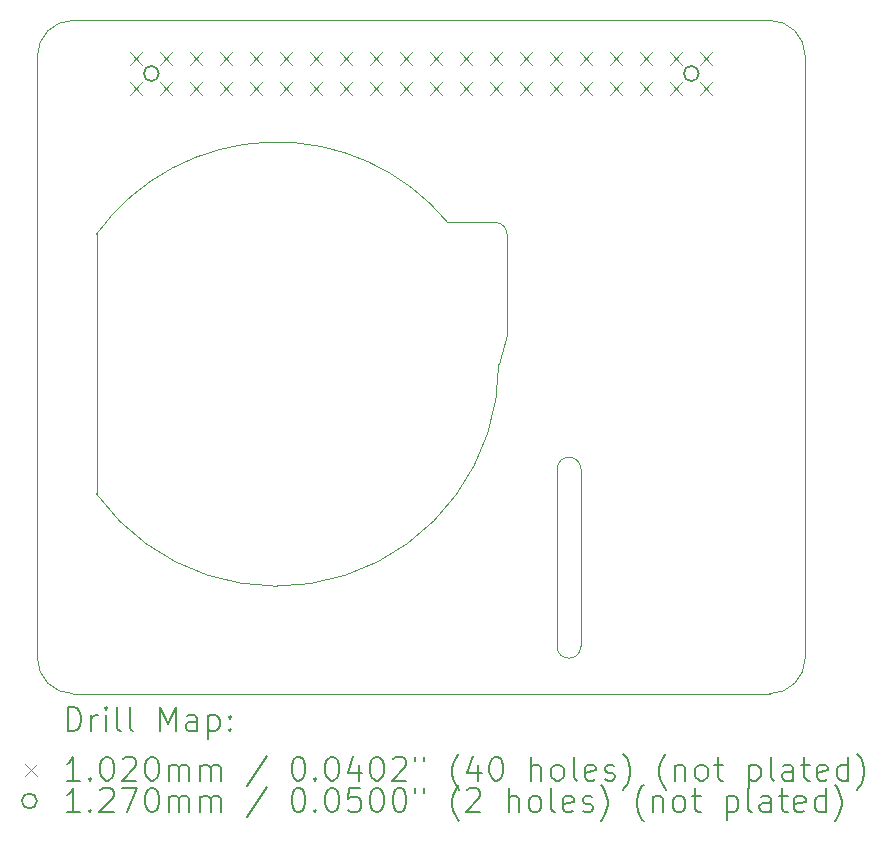
<source format=gbr>
%TF.GenerationSoftware,KiCad,Pcbnew,8.0.6*%
%TF.CreationDate,2024-12-15T12:07:24-06:00*%
%TF.ProjectId,ElectriPi,456c6563-7472-4695-9069-2e6b69636164,rev?*%
%TF.SameCoordinates,PX514cfd0PY31d4590*%
%TF.FileFunction,Drillmap*%
%TF.FilePolarity,Positive*%
%FSLAX45Y45*%
G04 Gerber Fmt 4.5, Leading zero omitted, Abs format (unit mm)*
G04 Created by KiCad (PCBNEW 8.0.6) date 2024-12-15 12:07:24*
%MOMM*%
%LPD*%
G01*
G04 APERTURE LIST*
%ADD10C,0.100000*%
%ADD11C,0.200000*%
%ADD12C,0.102000*%
%ADD13C,0.127000*%
G04 APERTURE END LIST*
D10*
X0Y-1950000D02*
X0Y-5400000D01*
X6200000Y0D02*
G75*
G02*
X6500000Y-300000I0J-300000D01*
G01*
X4400000Y-3800000D02*
X4400000Y-5300000D01*
X300000Y-5700000D02*
G75*
G02*
X0Y-5400000I0J300000D01*
G01*
X300000Y-5700000D02*
X6200000Y-5700000D01*
X6500000Y-5400000D02*
G75*
G02*
X6200000Y-5700000I-300000J0D01*
G01*
X4400000Y-3800000D02*
G75*
G02*
X4600000Y-3800000I100000J0D01*
G01*
X4600000Y-3800000D02*
X4600000Y-5300000D01*
X300000Y0D02*
X6200000Y0D01*
X0Y-300000D02*
G75*
G02*
X300000Y0I300000J0D01*
G01*
X4600000Y-5300000D02*
G75*
G02*
X4400000Y-5300000I-100000J0D01*
G01*
X0Y-300000D02*
X0Y-1950000D01*
X6500000Y-300000D02*
X6500000Y-5400000D01*
X500000Y-1810000D02*
X500000Y-4010000D01*
X3473592Y-1711165D02*
X3875000Y-1710000D01*
X3905326Y-2910000D02*
X3975000Y-2660000D01*
X3975000Y-2660000D02*
X3975000Y-1810000D01*
X500000Y-1810000D02*
G75*
G02*
X3473592Y-1711165I1525000J-1100000D01*
G01*
X3875000Y-1710000D02*
G75*
G02*
X3975000Y-1810000I10J-99990D01*
G01*
X3905326Y-2910000D02*
G75*
G02*
X500000Y-4010000I-1880326J0D01*
G01*
D11*
D12*
X786000Y-272000D02*
X888000Y-374000D01*
X888000Y-272000D02*
X786000Y-374000D01*
X786000Y-526000D02*
X888000Y-628000D01*
X888000Y-526000D02*
X786000Y-628000D01*
X1040000Y-272000D02*
X1142000Y-374000D01*
X1142000Y-272000D02*
X1040000Y-374000D01*
X1040000Y-526000D02*
X1142000Y-628000D01*
X1142000Y-526000D02*
X1040000Y-628000D01*
X1294000Y-272000D02*
X1396000Y-374000D01*
X1396000Y-272000D02*
X1294000Y-374000D01*
X1294000Y-526000D02*
X1396000Y-628000D01*
X1396000Y-526000D02*
X1294000Y-628000D01*
X1548000Y-272000D02*
X1650000Y-374000D01*
X1650000Y-272000D02*
X1548000Y-374000D01*
X1548000Y-526000D02*
X1650000Y-628000D01*
X1650000Y-526000D02*
X1548000Y-628000D01*
X1802000Y-272000D02*
X1904000Y-374000D01*
X1904000Y-272000D02*
X1802000Y-374000D01*
X1802000Y-526000D02*
X1904000Y-628000D01*
X1904000Y-526000D02*
X1802000Y-628000D01*
X2056000Y-272000D02*
X2158000Y-374000D01*
X2158000Y-272000D02*
X2056000Y-374000D01*
X2056000Y-526000D02*
X2158000Y-628000D01*
X2158000Y-526000D02*
X2056000Y-628000D01*
X2310000Y-272000D02*
X2412000Y-374000D01*
X2412000Y-272000D02*
X2310000Y-374000D01*
X2310000Y-526000D02*
X2412000Y-628000D01*
X2412000Y-526000D02*
X2310000Y-628000D01*
X2564000Y-272000D02*
X2666000Y-374000D01*
X2666000Y-272000D02*
X2564000Y-374000D01*
X2564000Y-526000D02*
X2666000Y-628000D01*
X2666000Y-526000D02*
X2564000Y-628000D01*
X2818000Y-272000D02*
X2920000Y-374000D01*
X2920000Y-272000D02*
X2818000Y-374000D01*
X2818000Y-526000D02*
X2920000Y-628000D01*
X2920000Y-526000D02*
X2818000Y-628000D01*
X3072000Y-272000D02*
X3174000Y-374000D01*
X3174000Y-272000D02*
X3072000Y-374000D01*
X3072000Y-526000D02*
X3174000Y-628000D01*
X3174000Y-526000D02*
X3072000Y-628000D01*
X3326000Y-272000D02*
X3428000Y-374000D01*
X3428000Y-272000D02*
X3326000Y-374000D01*
X3326000Y-526000D02*
X3428000Y-628000D01*
X3428000Y-526000D02*
X3326000Y-628000D01*
X3580000Y-272000D02*
X3682000Y-374000D01*
X3682000Y-272000D02*
X3580000Y-374000D01*
X3580000Y-526000D02*
X3682000Y-628000D01*
X3682000Y-526000D02*
X3580000Y-628000D01*
X3834000Y-272000D02*
X3936000Y-374000D01*
X3936000Y-272000D02*
X3834000Y-374000D01*
X3834000Y-526000D02*
X3936000Y-628000D01*
X3936000Y-526000D02*
X3834000Y-628000D01*
X4088000Y-272000D02*
X4190000Y-374000D01*
X4190000Y-272000D02*
X4088000Y-374000D01*
X4088000Y-526000D02*
X4190000Y-628000D01*
X4190000Y-526000D02*
X4088000Y-628000D01*
X4342000Y-272000D02*
X4444000Y-374000D01*
X4444000Y-272000D02*
X4342000Y-374000D01*
X4342000Y-526000D02*
X4444000Y-628000D01*
X4444000Y-526000D02*
X4342000Y-628000D01*
X4596000Y-272000D02*
X4698000Y-374000D01*
X4698000Y-272000D02*
X4596000Y-374000D01*
X4596000Y-526000D02*
X4698000Y-628000D01*
X4698000Y-526000D02*
X4596000Y-628000D01*
X4850000Y-272000D02*
X4952000Y-374000D01*
X4952000Y-272000D02*
X4850000Y-374000D01*
X4850000Y-526000D02*
X4952000Y-628000D01*
X4952000Y-526000D02*
X4850000Y-628000D01*
X5104000Y-272000D02*
X5206000Y-374000D01*
X5206000Y-272000D02*
X5104000Y-374000D01*
X5104000Y-526000D02*
X5206000Y-628000D01*
X5206000Y-526000D02*
X5104000Y-628000D01*
X5358000Y-272000D02*
X5460000Y-374000D01*
X5460000Y-272000D02*
X5358000Y-374000D01*
X5358000Y-526000D02*
X5460000Y-628000D01*
X5460000Y-526000D02*
X5358000Y-628000D01*
X5612000Y-272000D02*
X5714000Y-374000D01*
X5714000Y-272000D02*
X5612000Y-374000D01*
X5612000Y-526000D02*
X5714000Y-628000D01*
X5714000Y-526000D02*
X5612000Y-628000D01*
D13*
X1027500Y-450000D02*
G75*
G02*
X900500Y-450000I-63500J0D01*
G01*
X900500Y-450000D02*
G75*
G02*
X1027500Y-450000I63500J0D01*
G01*
X5599500Y-450000D02*
G75*
G02*
X5472500Y-450000I-63500J0D01*
G01*
X5472500Y-450000D02*
G75*
G02*
X5599500Y-450000I63500J0D01*
G01*
D11*
X255777Y-6016484D02*
X255777Y-5816484D01*
X255777Y-5816484D02*
X303396Y-5816484D01*
X303396Y-5816484D02*
X331967Y-5826008D01*
X331967Y-5826008D02*
X351015Y-5845055D01*
X351015Y-5845055D02*
X360539Y-5864103D01*
X360539Y-5864103D02*
X370062Y-5902198D01*
X370062Y-5902198D02*
X370062Y-5930769D01*
X370062Y-5930769D02*
X360539Y-5968865D01*
X360539Y-5968865D02*
X351015Y-5987912D01*
X351015Y-5987912D02*
X331967Y-6006960D01*
X331967Y-6006960D02*
X303396Y-6016484D01*
X303396Y-6016484D02*
X255777Y-6016484D01*
X455777Y-6016484D02*
X455777Y-5883150D01*
X455777Y-5921246D02*
X465301Y-5902198D01*
X465301Y-5902198D02*
X474824Y-5892674D01*
X474824Y-5892674D02*
X493872Y-5883150D01*
X493872Y-5883150D02*
X512920Y-5883150D01*
X579586Y-6016484D02*
X579586Y-5883150D01*
X579586Y-5816484D02*
X570063Y-5826008D01*
X570063Y-5826008D02*
X579586Y-5835531D01*
X579586Y-5835531D02*
X589110Y-5826008D01*
X589110Y-5826008D02*
X579586Y-5816484D01*
X579586Y-5816484D02*
X579586Y-5835531D01*
X703396Y-6016484D02*
X684348Y-6006960D01*
X684348Y-6006960D02*
X674824Y-5987912D01*
X674824Y-5987912D02*
X674824Y-5816484D01*
X808158Y-6016484D02*
X789110Y-6006960D01*
X789110Y-6006960D02*
X779586Y-5987912D01*
X779586Y-5987912D02*
X779586Y-5816484D01*
X1036729Y-6016484D02*
X1036729Y-5816484D01*
X1036729Y-5816484D02*
X1103396Y-5959341D01*
X1103396Y-5959341D02*
X1170063Y-5816484D01*
X1170063Y-5816484D02*
X1170063Y-6016484D01*
X1351015Y-6016484D02*
X1351015Y-5911722D01*
X1351015Y-5911722D02*
X1341491Y-5892674D01*
X1341491Y-5892674D02*
X1322444Y-5883150D01*
X1322444Y-5883150D02*
X1284348Y-5883150D01*
X1284348Y-5883150D02*
X1265301Y-5892674D01*
X1351015Y-6006960D02*
X1331967Y-6016484D01*
X1331967Y-6016484D02*
X1284348Y-6016484D01*
X1284348Y-6016484D02*
X1265301Y-6006960D01*
X1265301Y-6006960D02*
X1255777Y-5987912D01*
X1255777Y-5987912D02*
X1255777Y-5968865D01*
X1255777Y-5968865D02*
X1265301Y-5949817D01*
X1265301Y-5949817D02*
X1284348Y-5940293D01*
X1284348Y-5940293D02*
X1331967Y-5940293D01*
X1331967Y-5940293D02*
X1351015Y-5930769D01*
X1446253Y-5883150D02*
X1446253Y-6083150D01*
X1446253Y-5892674D02*
X1465301Y-5883150D01*
X1465301Y-5883150D02*
X1503396Y-5883150D01*
X1503396Y-5883150D02*
X1522443Y-5892674D01*
X1522443Y-5892674D02*
X1531967Y-5902198D01*
X1531967Y-5902198D02*
X1541491Y-5921246D01*
X1541491Y-5921246D02*
X1541491Y-5978388D01*
X1541491Y-5978388D02*
X1531967Y-5997436D01*
X1531967Y-5997436D02*
X1522443Y-6006960D01*
X1522443Y-6006960D02*
X1503396Y-6016484D01*
X1503396Y-6016484D02*
X1465301Y-6016484D01*
X1465301Y-6016484D02*
X1446253Y-6006960D01*
X1627205Y-5997436D02*
X1636729Y-6006960D01*
X1636729Y-6006960D02*
X1627205Y-6016484D01*
X1627205Y-6016484D02*
X1617682Y-6006960D01*
X1617682Y-6006960D02*
X1627205Y-5997436D01*
X1627205Y-5997436D02*
X1627205Y-6016484D01*
X1627205Y-5892674D02*
X1636729Y-5902198D01*
X1636729Y-5902198D02*
X1627205Y-5911722D01*
X1627205Y-5911722D02*
X1617682Y-5902198D01*
X1617682Y-5902198D02*
X1627205Y-5892674D01*
X1627205Y-5892674D02*
X1627205Y-5911722D01*
D12*
X-107000Y-6294000D02*
X-5000Y-6396000D01*
X-5000Y-6294000D02*
X-107000Y-6396000D01*
D11*
X360539Y-6436484D02*
X246253Y-6436484D01*
X303396Y-6436484D02*
X303396Y-6236484D01*
X303396Y-6236484D02*
X284348Y-6265055D01*
X284348Y-6265055D02*
X265301Y-6284103D01*
X265301Y-6284103D02*
X246253Y-6293627D01*
X446253Y-6417436D02*
X455777Y-6426960D01*
X455777Y-6426960D02*
X446253Y-6436484D01*
X446253Y-6436484D02*
X436729Y-6426960D01*
X436729Y-6426960D02*
X446253Y-6417436D01*
X446253Y-6417436D02*
X446253Y-6436484D01*
X579586Y-6236484D02*
X598634Y-6236484D01*
X598634Y-6236484D02*
X617682Y-6246008D01*
X617682Y-6246008D02*
X627205Y-6255531D01*
X627205Y-6255531D02*
X636729Y-6274579D01*
X636729Y-6274579D02*
X646253Y-6312674D01*
X646253Y-6312674D02*
X646253Y-6360293D01*
X646253Y-6360293D02*
X636729Y-6398388D01*
X636729Y-6398388D02*
X627205Y-6417436D01*
X627205Y-6417436D02*
X617682Y-6426960D01*
X617682Y-6426960D02*
X598634Y-6436484D01*
X598634Y-6436484D02*
X579586Y-6436484D01*
X579586Y-6436484D02*
X560539Y-6426960D01*
X560539Y-6426960D02*
X551015Y-6417436D01*
X551015Y-6417436D02*
X541491Y-6398388D01*
X541491Y-6398388D02*
X531967Y-6360293D01*
X531967Y-6360293D02*
X531967Y-6312674D01*
X531967Y-6312674D02*
X541491Y-6274579D01*
X541491Y-6274579D02*
X551015Y-6255531D01*
X551015Y-6255531D02*
X560539Y-6246008D01*
X560539Y-6246008D02*
X579586Y-6236484D01*
X722443Y-6255531D02*
X731967Y-6246008D01*
X731967Y-6246008D02*
X751015Y-6236484D01*
X751015Y-6236484D02*
X798634Y-6236484D01*
X798634Y-6236484D02*
X817682Y-6246008D01*
X817682Y-6246008D02*
X827205Y-6255531D01*
X827205Y-6255531D02*
X836729Y-6274579D01*
X836729Y-6274579D02*
X836729Y-6293627D01*
X836729Y-6293627D02*
X827205Y-6322198D01*
X827205Y-6322198D02*
X712920Y-6436484D01*
X712920Y-6436484D02*
X836729Y-6436484D01*
X960539Y-6236484D02*
X979586Y-6236484D01*
X979586Y-6236484D02*
X998634Y-6246008D01*
X998634Y-6246008D02*
X1008158Y-6255531D01*
X1008158Y-6255531D02*
X1017682Y-6274579D01*
X1017682Y-6274579D02*
X1027205Y-6312674D01*
X1027205Y-6312674D02*
X1027205Y-6360293D01*
X1027205Y-6360293D02*
X1017682Y-6398388D01*
X1017682Y-6398388D02*
X1008158Y-6417436D01*
X1008158Y-6417436D02*
X998634Y-6426960D01*
X998634Y-6426960D02*
X979586Y-6436484D01*
X979586Y-6436484D02*
X960539Y-6436484D01*
X960539Y-6436484D02*
X941491Y-6426960D01*
X941491Y-6426960D02*
X931967Y-6417436D01*
X931967Y-6417436D02*
X922443Y-6398388D01*
X922443Y-6398388D02*
X912920Y-6360293D01*
X912920Y-6360293D02*
X912920Y-6312674D01*
X912920Y-6312674D02*
X922443Y-6274579D01*
X922443Y-6274579D02*
X931967Y-6255531D01*
X931967Y-6255531D02*
X941491Y-6246008D01*
X941491Y-6246008D02*
X960539Y-6236484D01*
X1112920Y-6436484D02*
X1112920Y-6303150D01*
X1112920Y-6322198D02*
X1122444Y-6312674D01*
X1122444Y-6312674D02*
X1141491Y-6303150D01*
X1141491Y-6303150D02*
X1170063Y-6303150D01*
X1170063Y-6303150D02*
X1189110Y-6312674D01*
X1189110Y-6312674D02*
X1198634Y-6331722D01*
X1198634Y-6331722D02*
X1198634Y-6436484D01*
X1198634Y-6331722D02*
X1208158Y-6312674D01*
X1208158Y-6312674D02*
X1227205Y-6303150D01*
X1227205Y-6303150D02*
X1255777Y-6303150D01*
X1255777Y-6303150D02*
X1274825Y-6312674D01*
X1274825Y-6312674D02*
X1284348Y-6331722D01*
X1284348Y-6331722D02*
X1284348Y-6436484D01*
X1379586Y-6436484D02*
X1379586Y-6303150D01*
X1379586Y-6322198D02*
X1389110Y-6312674D01*
X1389110Y-6312674D02*
X1408158Y-6303150D01*
X1408158Y-6303150D02*
X1436729Y-6303150D01*
X1436729Y-6303150D02*
X1455777Y-6312674D01*
X1455777Y-6312674D02*
X1465301Y-6331722D01*
X1465301Y-6331722D02*
X1465301Y-6436484D01*
X1465301Y-6331722D02*
X1474824Y-6312674D01*
X1474824Y-6312674D02*
X1493872Y-6303150D01*
X1493872Y-6303150D02*
X1522443Y-6303150D01*
X1522443Y-6303150D02*
X1541491Y-6312674D01*
X1541491Y-6312674D02*
X1551015Y-6331722D01*
X1551015Y-6331722D02*
X1551015Y-6436484D01*
X1941491Y-6226960D02*
X1770063Y-6484103D01*
X2198634Y-6236484D02*
X2217682Y-6236484D01*
X2217682Y-6236484D02*
X2236729Y-6246008D01*
X2236729Y-6246008D02*
X2246253Y-6255531D01*
X2246253Y-6255531D02*
X2255777Y-6274579D01*
X2255777Y-6274579D02*
X2265301Y-6312674D01*
X2265301Y-6312674D02*
X2265301Y-6360293D01*
X2265301Y-6360293D02*
X2255777Y-6398388D01*
X2255777Y-6398388D02*
X2246253Y-6417436D01*
X2246253Y-6417436D02*
X2236729Y-6426960D01*
X2236729Y-6426960D02*
X2217682Y-6436484D01*
X2217682Y-6436484D02*
X2198634Y-6436484D01*
X2198634Y-6436484D02*
X2179587Y-6426960D01*
X2179587Y-6426960D02*
X2170063Y-6417436D01*
X2170063Y-6417436D02*
X2160539Y-6398388D01*
X2160539Y-6398388D02*
X2151015Y-6360293D01*
X2151015Y-6360293D02*
X2151015Y-6312674D01*
X2151015Y-6312674D02*
X2160539Y-6274579D01*
X2160539Y-6274579D02*
X2170063Y-6255531D01*
X2170063Y-6255531D02*
X2179587Y-6246008D01*
X2179587Y-6246008D02*
X2198634Y-6236484D01*
X2351015Y-6417436D02*
X2360539Y-6426960D01*
X2360539Y-6426960D02*
X2351015Y-6436484D01*
X2351015Y-6436484D02*
X2341491Y-6426960D01*
X2341491Y-6426960D02*
X2351015Y-6417436D01*
X2351015Y-6417436D02*
X2351015Y-6436484D01*
X2484348Y-6236484D02*
X2503396Y-6236484D01*
X2503396Y-6236484D02*
X2522444Y-6246008D01*
X2522444Y-6246008D02*
X2531968Y-6255531D01*
X2531968Y-6255531D02*
X2541491Y-6274579D01*
X2541491Y-6274579D02*
X2551015Y-6312674D01*
X2551015Y-6312674D02*
X2551015Y-6360293D01*
X2551015Y-6360293D02*
X2541491Y-6398388D01*
X2541491Y-6398388D02*
X2531968Y-6417436D01*
X2531968Y-6417436D02*
X2522444Y-6426960D01*
X2522444Y-6426960D02*
X2503396Y-6436484D01*
X2503396Y-6436484D02*
X2484348Y-6436484D01*
X2484348Y-6436484D02*
X2465301Y-6426960D01*
X2465301Y-6426960D02*
X2455777Y-6417436D01*
X2455777Y-6417436D02*
X2446253Y-6398388D01*
X2446253Y-6398388D02*
X2436729Y-6360293D01*
X2436729Y-6360293D02*
X2436729Y-6312674D01*
X2436729Y-6312674D02*
X2446253Y-6274579D01*
X2446253Y-6274579D02*
X2455777Y-6255531D01*
X2455777Y-6255531D02*
X2465301Y-6246008D01*
X2465301Y-6246008D02*
X2484348Y-6236484D01*
X2722444Y-6303150D02*
X2722444Y-6436484D01*
X2674825Y-6226960D02*
X2627206Y-6369817D01*
X2627206Y-6369817D02*
X2751015Y-6369817D01*
X2865301Y-6236484D02*
X2884348Y-6236484D01*
X2884348Y-6236484D02*
X2903396Y-6246008D01*
X2903396Y-6246008D02*
X2912920Y-6255531D01*
X2912920Y-6255531D02*
X2922444Y-6274579D01*
X2922444Y-6274579D02*
X2931967Y-6312674D01*
X2931967Y-6312674D02*
X2931967Y-6360293D01*
X2931967Y-6360293D02*
X2922444Y-6398388D01*
X2922444Y-6398388D02*
X2912920Y-6417436D01*
X2912920Y-6417436D02*
X2903396Y-6426960D01*
X2903396Y-6426960D02*
X2884348Y-6436484D01*
X2884348Y-6436484D02*
X2865301Y-6436484D01*
X2865301Y-6436484D02*
X2846253Y-6426960D01*
X2846253Y-6426960D02*
X2836729Y-6417436D01*
X2836729Y-6417436D02*
X2827206Y-6398388D01*
X2827206Y-6398388D02*
X2817682Y-6360293D01*
X2817682Y-6360293D02*
X2817682Y-6312674D01*
X2817682Y-6312674D02*
X2827206Y-6274579D01*
X2827206Y-6274579D02*
X2836729Y-6255531D01*
X2836729Y-6255531D02*
X2846253Y-6246008D01*
X2846253Y-6246008D02*
X2865301Y-6236484D01*
X3008158Y-6255531D02*
X3017682Y-6246008D01*
X3017682Y-6246008D02*
X3036729Y-6236484D01*
X3036729Y-6236484D02*
X3084348Y-6236484D01*
X3084348Y-6236484D02*
X3103396Y-6246008D01*
X3103396Y-6246008D02*
X3112920Y-6255531D01*
X3112920Y-6255531D02*
X3122444Y-6274579D01*
X3122444Y-6274579D02*
X3122444Y-6293627D01*
X3122444Y-6293627D02*
X3112920Y-6322198D01*
X3112920Y-6322198D02*
X2998634Y-6436484D01*
X2998634Y-6436484D02*
X3122444Y-6436484D01*
X3198634Y-6236484D02*
X3198634Y-6274579D01*
X3274825Y-6236484D02*
X3274825Y-6274579D01*
X3570063Y-6512674D02*
X3560539Y-6503150D01*
X3560539Y-6503150D02*
X3541491Y-6474579D01*
X3541491Y-6474579D02*
X3531968Y-6455531D01*
X3531968Y-6455531D02*
X3522444Y-6426960D01*
X3522444Y-6426960D02*
X3512920Y-6379341D01*
X3512920Y-6379341D02*
X3512920Y-6341246D01*
X3512920Y-6341246D02*
X3522444Y-6293627D01*
X3522444Y-6293627D02*
X3531968Y-6265055D01*
X3531968Y-6265055D02*
X3541491Y-6246008D01*
X3541491Y-6246008D02*
X3560539Y-6217436D01*
X3560539Y-6217436D02*
X3570063Y-6207912D01*
X3731968Y-6303150D02*
X3731968Y-6436484D01*
X3684348Y-6226960D02*
X3636729Y-6369817D01*
X3636729Y-6369817D02*
X3760539Y-6369817D01*
X3874825Y-6236484D02*
X3893872Y-6236484D01*
X3893872Y-6236484D02*
X3912920Y-6246008D01*
X3912920Y-6246008D02*
X3922444Y-6255531D01*
X3922444Y-6255531D02*
X3931968Y-6274579D01*
X3931968Y-6274579D02*
X3941491Y-6312674D01*
X3941491Y-6312674D02*
X3941491Y-6360293D01*
X3941491Y-6360293D02*
X3931968Y-6398388D01*
X3931968Y-6398388D02*
X3922444Y-6417436D01*
X3922444Y-6417436D02*
X3912920Y-6426960D01*
X3912920Y-6426960D02*
X3893872Y-6436484D01*
X3893872Y-6436484D02*
X3874825Y-6436484D01*
X3874825Y-6436484D02*
X3855777Y-6426960D01*
X3855777Y-6426960D02*
X3846253Y-6417436D01*
X3846253Y-6417436D02*
X3836729Y-6398388D01*
X3836729Y-6398388D02*
X3827206Y-6360293D01*
X3827206Y-6360293D02*
X3827206Y-6312674D01*
X3827206Y-6312674D02*
X3836729Y-6274579D01*
X3836729Y-6274579D02*
X3846253Y-6255531D01*
X3846253Y-6255531D02*
X3855777Y-6246008D01*
X3855777Y-6246008D02*
X3874825Y-6236484D01*
X4179587Y-6436484D02*
X4179587Y-6236484D01*
X4265301Y-6436484D02*
X4265301Y-6331722D01*
X4265301Y-6331722D02*
X4255777Y-6312674D01*
X4255777Y-6312674D02*
X4236730Y-6303150D01*
X4236730Y-6303150D02*
X4208158Y-6303150D01*
X4208158Y-6303150D02*
X4189110Y-6312674D01*
X4189110Y-6312674D02*
X4179587Y-6322198D01*
X4389111Y-6436484D02*
X4370063Y-6426960D01*
X4370063Y-6426960D02*
X4360539Y-6417436D01*
X4360539Y-6417436D02*
X4351015Y-6398388D01*
X4351015Y-6398388D02*
X4351015Y-6341246D01*
X4351015Y-6341246D02*
X4360539Y-6322198D01*
X4360539Y-6322198D02*
X4370063Y-6312674D01*
X4370063Y-6312674D02*
X4389111Y-6303150D01*
X4389111Y-6303150D02*
X4417682Y-6303150D01*
X4417682Y-6303150D02*
X4436730Y-6312674D01*
X4436730Y-6312674D02*
X4446253Y-6322198D01*
X4446253Y-6322198D02*
X4455777Y-6341246D01*
X4455777Y-6341246D02*
X4455777Y-6398388D01*
X4455777Y-6398388D02*
X4446253Y-6417436D01*
X4446253Y-6417436D02*
X4436730Y-6426960D01*
X4436730Y-6426960D02*
X4417682Y-6436484D01*
X4417682Y-6436484D02*
X4389111Y-6436484D01*
X4570063Y-6436484D02*
X4551015Y-6426960D01*
X4551015Y-6426960D02*
X4541492Y-6407912D01*
X4541492Y-6407912D02*
X4541492Y-6236484D01*
X4722444Y-6426960D02*
X4703396Y-6436484D01*
X4703396Y-6436484D02*
X4665301Y-6436484D01*
X4665301Y-6436484D02*
X4646253Y-6426960D01*
X4646253Y-6426960D02*
X4636730Y-6407912D01*
X4636730Y-6407912D02*
X4636730Y-6331722D01*
X4636730Y-6331722D02*
X4646253Y-6312674D01*
X4646253Y-6312674D02*
X4665301Y-6303150D01*
X4665301Y-6303150D02*
X4703396Y-6303150D01*
X4703396Y-6303150D02*
X4722444Y-6312674D01*
X4722444Y-6312674D02*
X4731968Y-6331722D01*
X4731968Y-6331722D02*
X4731968Y-6350769D01*
X4731968Y-6350769D02*
X4636730Y-6369817D01*
X4808158Y-6426960D02*
X4827206Y-6436484D01*
X4827206Y-6436484D02*
X4865301Y-6436484D01*
X4865301Y-6436484D02*
X4884349Y-6426960D01*
X4884349Y-6426960D02*
X4893873Y-6407912D01*
X4893873Y-6407912D02*
X4893873Y-6398388D01*
X4893873Y-6398388D02*
X4884349Y-6379341D01*
X4884349Y-6379341D02*
X4865301Y-6369817D01*
X4865301Y-6369817D02*
X4836730Y-6369817D01*
X4836730Y-6369817D02*
X4817682Y-6360293D01*
X4817682Y-6360293D02*
X4808158Y-6341246D01*
X4808158Y-6341246D02*
X4808158Y-6331722D01*
X4808158Y-6331722D02*
X4817682Y-6312674D01*
X4817682Y-6312674D02*
X4836730Y-6303150D01*
X4836730Y-6303150D02*
X4865301Y-6303150D01*
X4865301Y-6303150D02*
X4884349Y-6312674D01*
X4960539Y-6512674D02*
X4970063Y-6503150D01*
X4970063Y-6503150D02*
X4989111Y-6474579D01*
X4989111Y-6474579D02*
X4998634Y-6455531D01*
X4998634Y-6455531D02*
X5008158Y-6426960D01*
X5008158Y-6426960D02*
X5017682Y-6379341D01*
X5017682Y-6379341D02*
X5017682Y-6341246D01*
X5017682Y-6341246D02*
X5008158Y-6293627D01*
X5008158Y-6293627D02*
X4998634Y-6265055D01*
X4998634Y-6265055D02*
X4989111Y-6246008D01*
X4989111Y-6246008D02*
X4970063Y-6217436D01*
X4970063Y-6217436D02*
X4960539Y-6207912D01*
X5322444Y-6512674D02*
X5312920Y-6503150D01*
X5312920Y-6503150D02*
X5293873Y-6474579D01*
X5293873Y-6474579D02*
X5284349Y-6455531D01*
X5284349Y-6455531D02*
X5274825Y-6426960D01*
X5274825Y-6426960D02*
X5265301Y-6379341D01*
X5265301Y-6379341D02*
X5265301Y-6341246D01*
X5265301Y-6341246D02*
X5274825Y-6293627D01*
X5274825Y-6293627D02*
X5284349Y-6265055D01*
X5284349Y-6265055D02*
X5293873Y-6246008D01*
X5293873Y-6246008D02*
X5312920Y-6217436D01*
X5312920Y-6217436D02*
X5322444Y-6207912D01*
X5398634Y-6303150D02*
X5398634Y-6436484D01*
X5398634Y-6322198D02*
X5408158Y-6312674D01*
X5408158Y-6312674D02*
X5427206Y-6303150D01*
X5427206Y-6303150D02*
X5455777Y-6303150D01*
X5455777Y-6303150D02*
X5474825Y-6312674D01*
X5474825Y-6312674D02*
X5484349Y-6331722D01*
X5484349Y-6331722D02*
X5484349Y-6436484D01*
X5608158Y-6436484D02*
X5589111Y-6426960D01*
X5589111Y-6426960D02*
X5579587Y-6417436D01*
X5579587Y-6417436D02*
X5570063Y-6398388D01*
X5570063Y-6398388D02*
X5570063Y-6341246D01*
X5570063Y-6341246D02*
X5579587Y-6322198D01*
X5579587Y-6322198D02*
X5589111Y-6312674D01*
X5589111Y-6312674D02*
X5608158Y-6303150D01*
X5608158Y-6303150D02*
X5636730Y-6303150D01*
X5636730Y-6303150D02*
X5655777Y-6312674D01*
X5655777Y-6312674D02*
X5665301Y-6322198D01*
X5665301Y-6322198D02*
X5674825Y-6341246D01*
X5674825Y-6341246D02*
X5674825Y-6398388D01*
X5674825Y-6398388D02*
X5665301Y-6417436D01*
X5665301Y-6417436D02*
X5655777Y-6426960D01*
X5655777Y-6426960D02*
X5636730Y-6436484D01*
X5636730Y-6436484D02*
X5608158Y-6436484D01*
X5731968Y-6303150D02*
X5808158Y-6303150D01*
X5760539Y-6236484D02*
X5760539Y-6407912D01*
X5760539Y-6407912D02*
X5770063Y-6426960D01*
X5770063Y-6426960D02*
X5789111Y-6436484D01*
X5789111Y-6436484D02*
X5808158Y-6436484D01*
X6027206Y-6303150D02*
X6027206Y-6503150D01*
X6027206Y-6312674D02*
X6046253Y-6303150D01*
X6046253Y-6303150D02*
X6084349Y-6303150D01*
X6084349Y-6303150D02*
X6103396Y-6312674D01*
X6103396Y-6312674D02*
X6112920Y-6322198D01*
X6112920Y-6322198D02*
X6122444Y-6341246D01*
X6122444Y-6341246D02*
X6122444Y-6398388D01*
X6122444Y-6398388D02*
X6112920Y-6417436D01*
X6112920Y-6417436D02*
X6103396Y-6426960D01*
X6103396Y-6426960D02*
X6084349Y-6436484D01*
X6084349Y-6436484D02*
X6046253Y-6436484D01*
X6046253Y-6436484D02*
X6027206Y-6426960D01*
X6236730Y-6436484D02*
X6217682Y-6426960D01*
X6217682Y-6426960D02*
X6208158Y-6407912D01*
X6208158Y-6407912D02*
X6208158Y-6236484D01*
X6398634Y-6436484D02*
X6398634Y-6331722D01*
X6398634Y-6331722D02*
X6389111Y-6312674D01*
X6389111Y-6312674D02*
X6370063Y-6303150D01*
X6370063Y-6303150D02*
X6331968Y-6303150D01*
X6331968Y-6303150D02*
X6312920Y-6312674D01*
X6398634Y-6426960D02*
X6379587Y-6436484D01*
X6379587Y-6436484D02*
X6331968Y-6436484D01*
X6331968Y-6436484D02*
X6312920Y-6426960D01*
X6312920Y-6426960D02*
X6303396Y-6407912D01*
X6303396Y-6407912D02*
X6303396Y-6388865D01*
X6303396Y-6388865D02*
X6312920Y-6369817D01*
X6312920Y-6369817D02*
X6331968Y-6360293D01*
X6331968Y-6360293D02*
X6379587Y-6360293D01*
X6379587Y-6360293D02*
X6398634Y-6350769D01*
X6465301Y-6303150D02*
X6541492Y-6303150D01*
X6493873Y-6236484D02*
X6493873Y-6407912D01*
X6493873Y-6407912D02*
X6503396Y-6426960D01*
X6503396Y-6426960D02*
X6522444Y-6436484D01*
X6522444Y-6436484D02*
X6541492Y-6436484D01*
X6684349Y-6426960D02*
X6665301Y-6436484D01*
X6665301Y-6436484D02*
X6627206Y-6436484D01*
X6627206Y-6436484D02*
X6608158Y-6426960D01*
X6608158Y-6426960D02*
X6598634Y-6407912D01*
X6598634Y-6407912D02*
X6598634Y-6331722D01*
X6598634Y-6331722D02*
X6608158Y-6312674D01*
X6608158Y-6312674D02*
X6627206Y-6303150D01*
X6627206Y-6303150D02*
X6665301Y-6303150D01*
X6665301Y-6303150D02*
X6684349Y-6312674D01*
X6684349Y-6312674D02*
X6693873Y-6331722D01*
X6693873Y-6331722D02*
X6693873Y-6350769D01*
X6693873Y-6350769D02*
X6598634Y-6369817D01*
X6865301Y-6436484D02*
X6865301Y-6236484D01*
X6865301Y-6426960D02*
X6846254Y-6436484D01*
X6846254Y-6436484D02*
X6808158Y-6436484D01*
X6808158Y-6436484D02*
X6789111Y-6426960D01*
X6789111Y-6426960D02*
X6779587Y-6417436D01*
X6779587Y-6417436D02*
X6770063Y-6398388D01*
X6770063Y-6398388D02*
X6770063Y-6341246D01*
X6770063Y-6341246D02*
X6779587Y-6322198D01*
X6779587Y-6322198D02*
X6789111Y-6312674D01*
X6789111Y-6312674D02*
X6808158Y-6303150D01*
X6808158Y-6303150D02*
X6846254Y-6303150D01*
X6846254Y-6303150D02*
X6865301Y-6312674D01*
X6941492Y-6512674D02*
X6951015Y-6503150D01*
X6951015Y-6503150D02*
X6970063Y-6474579D01*
X6970063Y-6474579D02*
X6979587Y-6455531D01*
X6979587Y-6455531D02*
X6989111Y-6426960D01*
X6989111Y-6426960D02*
X6998634Y-6379341D01*
X6998634Y-6379341D02*
X6998634Y-6341246D01*
X6998634Y-6341246D02*
X6989111Y-6293627D01*
X6989111Y-6293627D02*
X6979587Y-6265055D01*
X6979587Y-6265055D02*
X6970063Y-6246008D01*
X6970063Y-6246008D02*
X6951015Y-6217436D01*
X6951015Y-6217436D02*
X6941492Y-6207912D01*
D13*
X-5000Y-6609000D02*
G75*
G02*
X-132000Y-6609000I-63500J0D01*
G01*
X-132000Y-6609000D02*
G75*
G02*
X-5000Y-6609000I63500J0D01*
G01*
D11*
X360539Y-6700484D02*
X246253Y-6700484D01*
X303396Y-6700484D02*
X303396Y-6500484D01*
X303396Y-6500484D02*
X284348Y-6529055D01*
X284348Y-6529055D02*
X265301Y-6548103D01*
X265301Y-6548103D02*
X246253Y-6557627D01*
X446253Y-6681436D02*
X455777Y-6690960D01*
X455777Y-6690960D02*
X446253Y-6700484D01*
X446253Y-6700484D02*
X436729Y-6690960D01*
X436729Y-6690960D02*
X446253Y-6681436D01*
X446253Y-6681436D02*
X446253Y-6700484D01*
X531967Y-6519531D02*
X541491Y-6510008D01*
X541491Y-6510008D02*
X560539Y-6500484D01*
X560539Y-6500484D02*
X608158Y-6500484D01*
X608158Y-6500484D02*
X627205Y-6510008D01*
X627205Y-6510008D02*
X636729Y-6519531D01*
X636729Y-6519531D02*
X646253Y-6538579D01*
X646253Y-6538579D02*
X646253Y-6557627D01*
X646253Y-6557627D02*
X636729Y-6586198D01*
X636729Y-6586198D02*
X522443Y-6700484D01*
X522443Y-6700484D02*
X646253Y-6700484D01*
X712920Y-6500484D02*
X846253Y-6500484D01*
X846253Y-6500484D02*
X760539Y-6700484D01*
X960539Y-6500484D02*
X979586Y-6500484D01*
X979586Y-6500484D02*
X998634Y-6510008D01*
X998634Y-6510008D02*
X1008158Y-6519531D01*
X1008158Y-6519531D02*
X1017682Y-6538579D01*
X1017682Y-6538579D02*
X1027205Y-6576674D01*
X1027205Y-6576674D02*
X1027205Y-6624293D01*
X1027205Y-6624293D02*
X1017682Y-6662388D01*
X1017682Y-6662388D02*
X1008158Y-6681436D01*
X1008158Y-6681436D02*
X998634Y-6690960D01*
X998634Y-6690960D02*
X979586Y-6700484D01*
X979586Y-6700484D02*
X960539Y-6700484D01*
X960539Y-6700484D02*
X941491Y-6690960D01*
X941491Y-6690960D02*
X931967Y-6681436D01*
X931967Y-6681436D02*
X922443Y-6662388D01*
X922443Y-6662388D02*
X912920Y-6624293D01*
X912920Y-6624293D02*
X912920Y-6576674D01*
X912920Y-6576674D02*
X922443Y-6538579D01*
X922443Y-6538579D02*
X931967Y-6519531D01*
X931967Y-6519531D02*
X941491Y-6510008D01*
X941491Y-6510008D02*
X960539Y-6500484D01*
X1112920Y-6700484D02*
X1112920Y-6567150D01*
X1112920Y-6586198D02*
X1122444Y-6576674D01*
X1122444Y-6576674D02*
X1141491Y-6567150D01*
X1141491Y-6567150D02*
X1170063Y-6567150D01*
X1170063Y-6567150D02*
X1189110Y-6576674D01*
X1189110Y-6576674D02*
X1198634Y-6595722D01*
X1198634Y-6595722D02*
X1198634Y-6700484D01*
X1198634Y-6595722D02*
X1208158Y-6576674D01*
X1208158Y-6576674D02*
X1227205Y-6567150D01*
X1227205Y-6567150D02*
X1255777Y-6567150D01*
X1255777Y-6567150D02*
X1274825Y-6576674D01*
X1274825Y-6576674D02*
X1284348Y-6595722D01*
X1284348Y-6595722D02*
X1284348Y-6700484D01*
X1379586Y-6700484D02*
X1379586Y-6567150D01*
X1379586Y-6586198D02*
X1389110Y-6576674D01*
X1389110Y-6576674D02*
X1408158Y-6567150D01*
X1408158Y-6567150D02*
X1436729Y-6567150D01*
X1436729Y-6567150D02*
X1455777Y-6576674D01*
X1455777Y-6576674D02*
X1465301Y-6595722D01*
X1465301Y-6595722D02*
X1465301Y-6700484D01*
X1465301Y-6595722D02*
X1474824Y-6576674D01*
X1474824Y-6576674D02*
X1493872Y-6567150D01*
X1493872Y-6567150D02*
X1522443Y-6567150D01*
X1522443Y-6567150D02*
X1541491Y-6576674D01*
X1541491Y-6576674D02*
X1551015Y-6595722D01*
X1551015Y-6595722D02*
X1551015Y-6700484D01*
X1941491Y-6490960D02*
X1770063Y-6748103D01*
X2198634Y-6500484D02*
X2217682Y-6500484D01*
X2217682Y-6500484D02*
X2236729Y-6510008D01*
X2236729Y-6510008D02*
X2246253Y-6519531D01*
X2246253Y-6519531D02*
X2255777Y-6538579D01*
X2255777Y-6538579D02*
X2265301Y-6576674D01*
X2265301Y-6576674D02*
X2265301Y-6624293D01*
X2265301Y-6624293D02*
X2255777Y-6662388D01*
X2255777Y-6662388D02*
X2246253Y-6681436D01*
X2246253Y-6681436D02*
X2236729Y-6690960D01*
X2236729Y-6690960D02*
X2217682Y-6700484D01*
X2217682Y-6700484D02*
X2198634Y-6700484D01*
X2198634Y-6700484D02*
X2179587Y-6690960D01*
X2179587Y-6690960D02*
X2170063Y-6681436D01*
X2170063Y-6681436D02*
X2160539Y-6662388D01*
X2160539Y-6662388D02*
X2151015Y-6624293D01*
X2151015Y-6624293D02*
X2151015Y-6576674D01*
X2151015Y-6576674D02*
X2160539Y-6538579D01*
X2160539Y-6538579D02*
X2170063Y-6519531D01*
X2170063Y-6519531D02*
X2179587Y-6510008D01*
X2179587Y-6510008D02*
X2198634Y-6500484D01*
X2351015Y-6681436D02*
X2360539Y-6690960D01*
X2360539Y-6690960D02*
X2351015Y-6700484D01*
X2351015Y-6700484D02*
X2341491Y-6690960D01*
X2341491Y-6690960D02*
X2351015Y-6681436D01*
X2351015Y-6681436D02*
X2351015Y-6700484D01*
X2484348Y-6500484D02*
X2503396Y-6500484D01*
X2503396Y-6500484D02*
X2522444Y-6510008D01*
X2522444Y-6510008D02*
X2531968Y-6519531D01*
X2531968Y-6519531D02*
X2541491Y-6538579D01*
X2541491Y-6538579D02*
X2551015Y-6576674D01*
X2551015Y-6576674D02*
X2551015Y-6624293D01*
X2551015Y-6624293D02*
X2541491Y-6662388D01*
X2541491Y-6662388D02*
X2531968Y-6681436D01*
X2531968Y-6681436D02*
X2522444Y-6690960D01*
X2522444Y-6690960D02*
X2503396Y-6700484D01*
X2503396Y-6700484D02*
X2484348Y-6700484D01*
X2484348Y-6700484D02*
X2465301Y-6690960D01*
X2465301Y-6690960D02*
X2455777Y-6681436D01*
X2455777Y-6681436D02*
X2446253Y-6662388D01*
X2446253Y-6662388D02*
X2436729Y-6624293D01*
X2436729Y-6624293D02*
X2436729Y-6576674D01*
X2436729Y-6576674D02*
X2446253Y-6538579D01*
X2446253Y-6538579D02*
X2455777Y-6519531D01*
X2455777Y-6519531D02*
X2465301Y-6510008D01*
X2465301Y-6510008D02*
X2484348Y-6500484D01*
X2731968Y-6500484D02*
X2636729Y-6500484D01*
X2636729Y-6500484D02*
X2627206Y-6595722D01*
X2627206Y-6595722D02*
X2636729Y-6586198D01*
X2636729Y-6586198D02*
X2655777Y-6576674D01*
X2655777Y-6576674D02*
X2703396Y-6576674D01*
X2703396Y-6576674D02*
X2722444Y-6586198D01*
X2722444Y-6586198D02*
X2731968Y-6595722D01*
X2731968Y-6595722D02*
X2741491Y-6614769D01*
X2741491Y-6614769D02*
X2741491Y-6662388D01*
X2741491Y-6662388D02*
X2731968Y-6681436D01*
X2731968Y-6681436D02*
X2722444Y-6690960D01*
X2722444Y-6690960D02*
X2703396Y-6700484D01*
X2703396Y-6700484D02*
X2655777Y-6700484D01*
X2655777Y-6700484D02*
X2636729Y-6690960D01*
X2636729Y-6690960D02*
X2627206Y-6681436D01*
X2865301Y-6500484D02*
X2884348Y-6500484D01*
X2884348Y-6500484D02*
X2903396Y-6510008D01*
X2903396Y-6510008D02*
X2912920Y-6519531D01*
X2912920Y-6519531D02*
X2922444Y-6538579D01*
X2922444Y-6538579D02*
X2931967Y-6576674D01*
X2931967Y-6576674D02*
X2931967Y-6624293D01*
X2931967Y-6624293D02*
X2922444Y-6662388D01*
X2922444Y-6662388D02*
X2912920Y-6681436D01*
X2912920Y-6681436D02*
X2903396Y-6690960D01*
X2903396Y-6690960D02*
X2884348Y-6700484D01*
X2884348Y-6700484D02*
X2865301Y-6700484D01*
X2865301Y-6700484D02*
X2846253Y-6690960D01*
X2846253Y-6690960D02*
X2836729Y-6681436D01*
X2836729Y-6681436D02*
X2827206Y-6662388D01*
X2827206Y-6662388D02*
X2817682Y-6624293D01*
X2817682Y-6624293D02*
X2817682Y-6576674D01*
X2817682Y-6576674D02*
X2827206Y-6538579D01*
X2827206Y-6538579D02*
X2836729Y-6519531D01*
X2836729Y-6519531D02*
X2846253Y-6510008D01*
X2846253Y-6510008D02*
X2865301Y-6500484D01*
X3055777Y-6500484D02*
X3074825Y-6500484D01*
X3074825Y-6500484D02*
X3093872Y-6510008D01*
X3093872Y-6510008D02*
X3103396Y-6519531D01*
X3103396Y-6519531D02*
X3112920Y-6538579D01*
X3112920Y-6538579D02*
X3122444Y-6576674D01*
X3122444Y-6576674D02*
X3122444Y-6624293D01*
X3122444Y-6624293D02*
X3112920Y-6662388D01*
X3112920Y-6662388D02*
X3103396Y-6681436D01*
X3103396Y-6681436D02*
X3093872Y-6690960D01*
X3093872Y-6690960D02*
X3074825Y-6700484D01*
X3074825Y-6700484D02*
X3055777Y-6700484D01*
X3055777Y-6700484D02*
X3036729Y-6690960D01*
X3036729Y-6690960D02*
X3027206Y-6681436D01*
X3027206Y-6681436D02*
X3017682Y-6662388D01*
X3017682Y-6662388D02*
X3008158Y-6624293D01*
X3008158Y-6624293D02*
X3008158Y-6576674D01*
X3008158Y-6576674D02*
X3017682Y-6538579D01*
X3017682Y-6538579D02*
X3027206Y-6519531D01*
X3027206Y-6519531D02*
X3036729Y-6510008D01*
X3036729Y-6510008D02*
X3055777Y-6500484D01*
X3198634Y-6500484D02*
X3198634Y-6538579D01*
X3274825Y-6500484D02*
X3274825Y-6538579D01*
X3570063Y-6776674D02*
X3560539Y-6767150D01*
X3560539Y-6767150D02*
X3541491Y-6738579D01*
X3541491Y-6738579D02*
X3531968Y-6719531D01*
X3531968Y-6719531D02*
X3522444Y-6690960D01*
X3522444Y-6690960D02*
X3512920Y-6643341D01*
X3512920Y-6643341D02*
X3512920Y-6605246D01*
X3512920Y-6605246D02*
X3522444Y-6557627D01*
X3522444Y-6557627D02*
X3531968Y-6529055D01*
X3531968Y-6529055D02*
X3541491Y-6510008D01*
X3541491Y-6510008D02*
X3560539Y-6481436D01*
X3560539Y-6481436D02*
X3570063Y-6471912D01*
X3636729Y-6519531D02*
X3646253Y-6510008D01*
X3646253Y-6510008D02*
X3665301Y-6500484D01*
X3665301Y-6500484D02*
X3712920Y-6500484D01*
X3712920Y-6500484D02*
X3731968Y-6510008D01*
X3731968Y-6510008D02*
X3741491Y-6519531D01*
X3741491Y-6519531D02*
X3751015Y-6538579D01*
X3751015Y-6538579D02*
X3751015Y-6557627D01*
X3751015Y-6557627D02*
X3741491Y-6586198D01*
X3741491Y-6586198D02*
X3627206Y-6700484D01*
X3627206Y-6700484D02*
X3751015Y-6700484D01*
X3989110Y-6700484D02*
X3989110Y-6500484D01*
X4074825Y-6700484D02*
X4074825Y-6595722D01*
X4074825Y-6595722D02*
X4065301Y-6576674D01*
X4065301Y-6576674D02*
X4046253Y-6567150D01*
X4046253Y-6567150D02*
X4017682Y-6567150D01*
X4017682Y-6567150D02*
X3998634Y-6576674D01*
X3998634Y-6576674D02*
X3989110Y-6586198D01*
X4198634Y-6700484D02*
X4179587Y-6690960D01*
X4179587Y-6690960D02*
X4170063Y-6681436D01*
X4170063Y-6681436D02*
X4160539Y-6662388D01*
X4160539Y-6662388D02*
X4160539Y-6605246D01*
X4160539Y-6605246D02*
X4170063Y-6586198D01*
X4170063Y-6586198D02*
X4179587Y-6576674D01*
X4179587Y-6576674D02*
X4198634Y-6567150D01*
X4198634Y-6567150D02*
X4227206Y-6567150D01*
X4227206Y-6567150D02*
X4246253Y-6576674D01*
X4246253Y-6576674D02*
X4255777Y-6586198D01*
X4255777Y-6586198D02*
X4265301Y-6605246D01*
X4265301Y-6605246D02*
X4265301Y-6662388D01*
X4265301Y-6662388D02*
X4255777Y-6681436D01*
X4255777Y-6681436D02*
X4246253Y-6690960D01*
X4246253Y-6690960D02*
X4227206Y-6700484D01*
X4227206Y-6700484D02*
X4198634Y-6700484D01*
X4379587Y-6700484D02*
X4360539Y-6690960D01*
X4360539Y-6690960D02*
X4351015Y-6671912D01*
X4351015Y-6671912D02*
X4351015Y-6500484D01*
X4531968Y-6690960D02*
X4512920Y-6700484D01*
X4512920Y-6700484D02*
X4474825Y-6700484D01*
X4474825Y-6700484D02*
X4455777Y-6690960D01*
X4455777Y-6690960D02*
X4446253Y-6671912D01*
X4446253Y-6671912D02*
X4446253Y-6595722D01*
X4446253Y-6595722D02*
X4455777Y-6576674D01*
X4455777Y-6576674D02*
X4474825Y-6567150D01*
X4474825Y-6567150D02*
X4512920Y-6567150D01*
X4512920Y-6567150D02*
X4531968Y-6576674D01*
X4531968Y-6576674D02*
X4541492Y-6595722D01*
X4541492Y-6595722D02*
X4541492Y-6614769D01*
X4541492Y-6614769D02*
X4446253Y-6633817D01*
X4617682Y-6690960D02*
X4636730Y-6700484D01*
X4636730Y-6700484D02*
X4674825Y-6700484D01*
X4674825Y-6700484D02*
X4693873Y-6690960D01*
X4693873Y-6690960D02*
X4703396Y-6671912D01*
X4703396Y-6671912D02*
X4703396Y-6662388D01*
X4703396Y-6662388D02*
X4693873Y-6643341D01*
X4693873Y-6643341D02*
X4674825Y-6633817D01*
X4674825Y-6633817D02*
X4646253Y-6633817D01*
X4646253Y-6633817D02*
X4627206Y-6624293D01*
X4627206Y-6624293D02*
X4617682Y-6605246D01*
X4617682Y-6605246D02*
X4617682Y-6595722D01*
X4617682Y-6595722D02*
X4627206Y-6576674D01*
X4627206Y-6576674D02*
X4646253Y-6567150D01*
X4646253Y-6567150D02*
X4674825Y-6567150D01*
X4674825Y-6567150D02*
X4693873Y-6576674D01*
X4770063Y-6776674D02*
X4779587Y-6767150D01*
X4779587Y-6767150D02*
X4798634Y-6738579D01*
X4798634Y-6738579D02*
X4808158Y-6719531D01*
X4808158Y-6719531D02*
X4817682Y-6690960D01*
X4817682Y-6690960D02*
X4827206Y-6643341D01*
X4827206Y-6643341D02*
X4827206Y-6605246D01*
X4827206Y-6605246D02*
X4817682Y-6557627D01*
X4817682Y-6557627D02*
X4808158Y-6529055D01*
X4808158Y-6529055D02*
X4798634Y-6510008D01*
X4798634Y-6510008D02*
X4779587Y-6481436D01*
X4779587Y-6481436D02*
X4770063Y-6471912D01*
X5131968Y-6776674D02*
X5122444Y-6767150D01*
X5122444Y-6767150D02*
X5103396Y-6738579D01*
X5103396Y-6738579D02*
X5093873Y-6719531D01*
X5093873Y-6719531D02*
X5084349Y-6690960D01*
X5084349Y-6690960D02*
X5074825Y-6643341D01*
X5074825Y-6643341D02*
X5074825Y-6605246D01*
X5074825Y-6605246D02*
X5084349Y-6557627D01*
X5084349Y-6557627D02*
X5093873Y-6529055D01*
X5093873Y-6529055D02*
X5103396Y-6510008D01*
X5103396Y-6510008D02*
X5122444Y-6481436D01*
X5122444Y-6481436D02*
X5131968Y-6471912D01*
X5208158Y-6567150D02*
X5208158Y-6700484D01*
X5208158Y-6586198D02*
X5217682Y-6576674D01*
X5217682Y-6576674D02*
X5236730Y-6567150D01*
X5236730Y-6567150D02*
X5265301Y-6567150D01*
X5265301Y-6567150D02*
X5284349Y-6576674D01*
X5284349Y-6576674D02*
X5293873Y-6595722D01*
X5293873Y-6595722D02*
X5293873Y-6700484D01*
X5417682Y-6700484D02*
X5398634Y-6690960D01*
X5398634Y-6690960D02*
X5389111Y-6681436D01*
X5389111Y-6681436D02*
X5379587Y-6662388D01*
X5379587Y-6662388D02*
X5379587Y-6605246D01*
X5379587Y-6605246D02*
X5389111Y-6586198D01*
X5389111Y-6586198D02*
X5398634Y-6576674D01*
X5398634Y-6576674D02*
X5417682Y-6567150D01*
X5417682Y-6567150D02*
X5446254Y-6567150D01*
X5446254Y-6567150D02*
X5465301Y-6576674D01*
X5465301Y-6576674D02*
X5474825Y-6586198D01*
X5474825Y-6586198D02*
X5484349Y-6605246D01*
X5484349Y-6605246D02*
X5484349Y-6662388D01*
X5484349Y-6662388D02*
X5474825Y-6681436D01*
X5474825Y-6681436D02*
X5465301Y-6690960D01*
X5465301Y-6690960D02*
X5446254Y-6700484D01*
X5446254Y-6700484D02*
X5417682Y-6700484D01*
X5541492Y-6567150D02*
X5617682Y-6567150D01*
X5570063Y-6500484D02*
X5570063Y-6671912D01*
X5570063Y-6671912D02*
X5579587Y-6690960D01*
X5579587Y-6690960D02*
X5598634Y-6700484D01*
X5598634Y-6700484D02*
X5617682Y-6700484D01*
X5836730Y-6567150D02*
X5836730Y-6767150D01*
X5836730Y-6576674D02*
X5855777Y-6567150D01*
X5855777Y-6567150D02*
X5893873Y-6567150D01*
X5893873Y-6567150D02*
X5912920Y-6576674D01*
X5912920Y-6576674D02*
X5922444Y-6586198D01*
X5922444Y-6586198D02*
X5931968Y-6605246D01*
X5931968Y-6605246D02*
X5931968Y-6662388D01*
X5931968Y-6662388D02*
X5922444Y-6681436D01*
X5922444Y-6681436D02*
X5912920Y-6690960D01*
X5912920Y-6690960D02*
X5893873Y-6700484D01*
X5893873Y-6700484D02*
X5855777Y-6700484D01*
X5855777Y-6700484D02*
X5836730Y-6690960D01*
X6046253Y-6700484D02*
X6027206Y-6690960D01*
X6027206Y-6690960D02*
X6017682Y-6671912D01*
X6017682Y-6671912D02*
X6017682Y-6500484D01*
X6208158Y-6700484D02*
X6208158Y-6595722D01*
X6208158Y-6595722D02*
X6198634Y-6576674D01*
X6198634Y-6576674D02*
X6179587Y-6567150D01*
X6179587Y-6567150D02*
X6141492Y-6567150D01*
X6141492Y-6567150D02*
X6122444Y-6576674D01*
X6208158Y-6690960D02*
X6189111Y-6700484D01*
X6189111Y-6700484D02*
X6141492Y-6700484D01*
X6141492Y-6700484D02*
X6122444Y-6690960D01*
X6122444Y-6690960D02*
X6112920Y-6671912D01*
X6112920Y-6671912D02*
X6112920Y-6652865D01*
X6112920Y-6652865D02*
X6122444Y-6633817D01*
X6122444Y-6633817D02*
X6141492Y-6624293D01*
X6141492Y-6624293D02*
X6189111Y-6624293D01*
X6189111Y-6624293D02*
X6208158Y-6614769D01*
X6274825Y-6567150D02*
X6351015Y-6567150D01*
X6303396Y-6500484D02*
X6303396Y-6671912D01*
X6303396Y-6671912D02*
X6312920Y-6690960D01*
X6312920Y-6690960D02*
X6331968Y-6700484D01*
X6331968Y-6700484D02*
X6351015Y-6700484D01*
X6493873Y-6690960D02*
X6474825Y-6700484D01*
X6474825Y-6700484D02*
X6436730Y-6700484D01*
X6436730Y-6700484D02*
X6417682Y-6690960D01*
X6417682Y-6690960D02*
X6408158Y-6671912D01*
X6408158Y-6671912D02*
X6408158Y-6595722D01*
X6408158Y-6595722D02*
X6417682Y-6576674D01*
X6417682Y-6576674D02*
X6436730Y-6567150D01*
X6436730Y-6567150D02*
X6474825Y-6567150D01*
X6474825Y-6567150D02*
X6493873Y-6576674D01*
X6493873Y-6576674D02*
X6503396Y-6595722D01*
X6503396Y-6595722D02*
X6503396Y-6614769D01*
X6503396Y-6614769D02*
X6408158Y-6633817D01*
X6674825Y-6700484D02*
X6674825Y-6500484D01*
X6674825Y-6690960D02*
X6655777Y-6700484D01*
X6655777Y-6700484D02*
X6617682Y-6700484D01*
X6617682Y-6700484D02*
X6598634Y-6690960D01*
X6598634Y-6690960D02*
X6589111Y-6681436D01*
X6589111Y-6681436D02*
X6579587Y-6662388D01*
X6579587Y-6662388D02*
X6579587Y-6605246D01*
X6579587Y-6605246D02*
X6589111Y-6586198D01*
X6589111Y-6586198D02*
X6598634Y-6576674D01*
X6598634Y-6576674D02*
X6617682Y-6567150D01*
X6617682Y-6567150D02*
X6655777Y-6567150D01*
X6655777Y-6567150D02*
X6674825Y-6576674D01*
X6751015Y-6776674D02*
X6760539Y-6767150D01*
X6760539Y-6767150D02*
X6779587Y-6738579D01*
X6779587Y-6738579D02*
X6789111Y-6719531D01*
X6789111Y-6719531D02*
X6798634Y-6690960D01*
X6798634Y-6690960D02*
X6808158Y-6643341D01*
X6808158Y-6643341D02*
X6808158Y-6605246D01*
X6808158Y-6605246D02*
X6798634Y-6557627D01*
X6798634Y-6557627D02*
X6789111Y-6529055D01*
X6789111Y-6529055D02*
X6779587Y-6510008D01*
X6779587Y-6510008D02*
X6760539Y-6481436D01*
X6760539Y-6481436D02*
X6751015Y-6471912D01*
M02*

</source>
